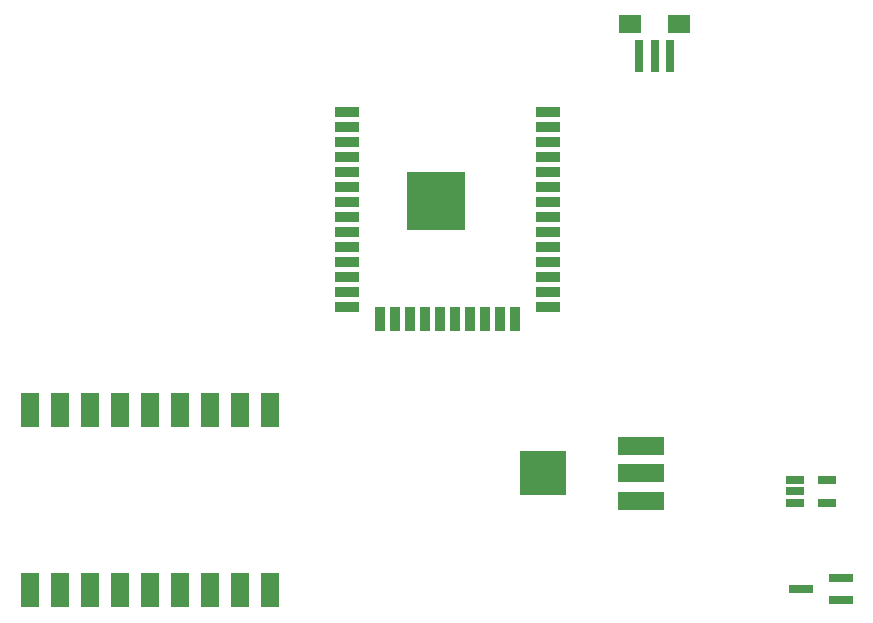
<source format=gbr>
G04 #@! TF.GenerationSoftware,KiCad,Pcbnew,(5.0.2)-1*
G04 #@! TF.CreationDate,2019-10-04T12:41:36+03:00*
G04 #@! TF.ProjectId,esp32d-diy,65737033-3264-42d6-9469-792e6b696361,1.0*
G04 #@! TF.SameCoordinates,Original*
G04 #@! TF.FileFunction,Paste,Top*
G04 #@! TF.FilePolarity,Positive*
%FSLAX46Y46*%
G04 Gerber Fmt 4.6, Leading zero omitted, Abs format (unit mm)*
G04 Created by KiCad (PCBNEW (5.0.2)-1) date 04.10.2019 12:41:36*
%MOMM*%
%LPD*%
G01*
G04 APERTURE LIST*
%ADD10R,5.000000X5.000000*%
%ADD11R,2.000000X0.900000*%
%ADD12R,0.900000X2.000000*%
%ADD13R,1.524000X3.000000*%
%ADD14R,1.560000X0.650000*%
%ADD15R,2.000000X0.700000*%
%ADD16R,4.000000X3.800000*%
%ADD17R,4.000000X1.500000*%
%ADD18R,0.750000X2.800000*%
%ADD19R,1.900000X1.600000*%
G04 APERTURE END LIST*
D10*
G04 #@! TO.C,U2*
X113300000Y-110497000D03*
D11*
X105800000Y-102997000D03*
X105800000Y-104267000D03*
X105800000Y-105537000D03*
X105800000Y-106807000D03*
X105800000Y-108077000D03*
X105800000Y-109347000D03*
X105800000Y-110617000D03*
X105800000Y-111887000D03*
X105800000Y-113157000D03*
X105800000Y-114427000D03*
X105800000Y-115697000D03*
X105800000Y-116967000D03*
X105800000Y-118237000D03*
X105800000Y-119507000D03*
D12*
X108585000Y-120507000D03*
X109855000Y-120507000D03*
X111125000Y-120507000D03*
X112395000Y-120507000D03*
X113665000Y-120507000D03*
X114935000Y-120507000D03*
X116205000Y-120507000D03*
X117475000Y-120507000D03*
X118745000Y-120507000D03*
X120015000Y-120507000D03*
D11*
X122800000Y-119507000D03*
X122800000Y-118237000D03*
X122800000Y-116967000D03*
X122800000Y-115697000D03*
X122800000Y-114427000D03*
X122800000Y-113157000D03*
X122800000Y-111887000D03*
X122800000Y-110617000D03*
X122800000Y-109347000D03*
X122800000Y-108077000D03*
X122800000Y-106807000D03*
X122800000Y-105537000D03*
X122800000Y-104267000D03*
X122800000Y-102997000D03*
G04 #@! TD*
D13*
G04 #@! TO.C,U6*
X99237800Y-128270000D03*
X96697800Y-128270000D03*
X94157800Y-128270000D03*
X91617800Y-128270000D03*
X89077800Y-128270000D03*
X86537800Y-128270000D03*
X83997800Y-128270000D03*
X81457800Y-128270000D03*
X78917800Y-128270000D03*
X78917800Y-143510000D03*
X81457800Y-143510000D03*
X86537800Y-143510000D03*
X83997800Y-143510000D03*
X89077800Y-143510000D03*
X91617800Y-143510000D03*
X94157800Y-143510000D03*
X96697800Y-143510000D03*
X99237800Y-143510000D03*
G04 #@! TD*
D14*
G04 #@! TO.C,U4*
X143689080Y-134167840D03*
X143689080Y-135117840D03*
X143689080Y-136067840D03*
X146389080Y-136067840D03*
X146389080Y-134167840D03*
G04 #@! TD*
D15*
G04 #@! TO.C,Q3*
X147597600Y-144343160D03*
X147597600Y-142443160D03*
X144197600Y-143393160D03*
G04 #@! TD*
D16*
G04 #@! TO.C,U1*
X122342000Y-133604000D03*
D17*
X130642000Y-133604000D03*
X130642000Y-131304000D03*
X130642000Y-135904000D03*
G04 #@! TD*
D18*
G04 #@! TO.C,SW1*
X130510760Y-98241160D03*
X131810760Y-98241160D03*
D19*
X133850760Y-95531160D03*
X129760760Y-95531160D03*
D18*
X133110760Y-98241160D03*
G04 #@! TD*
M02*

</source>
